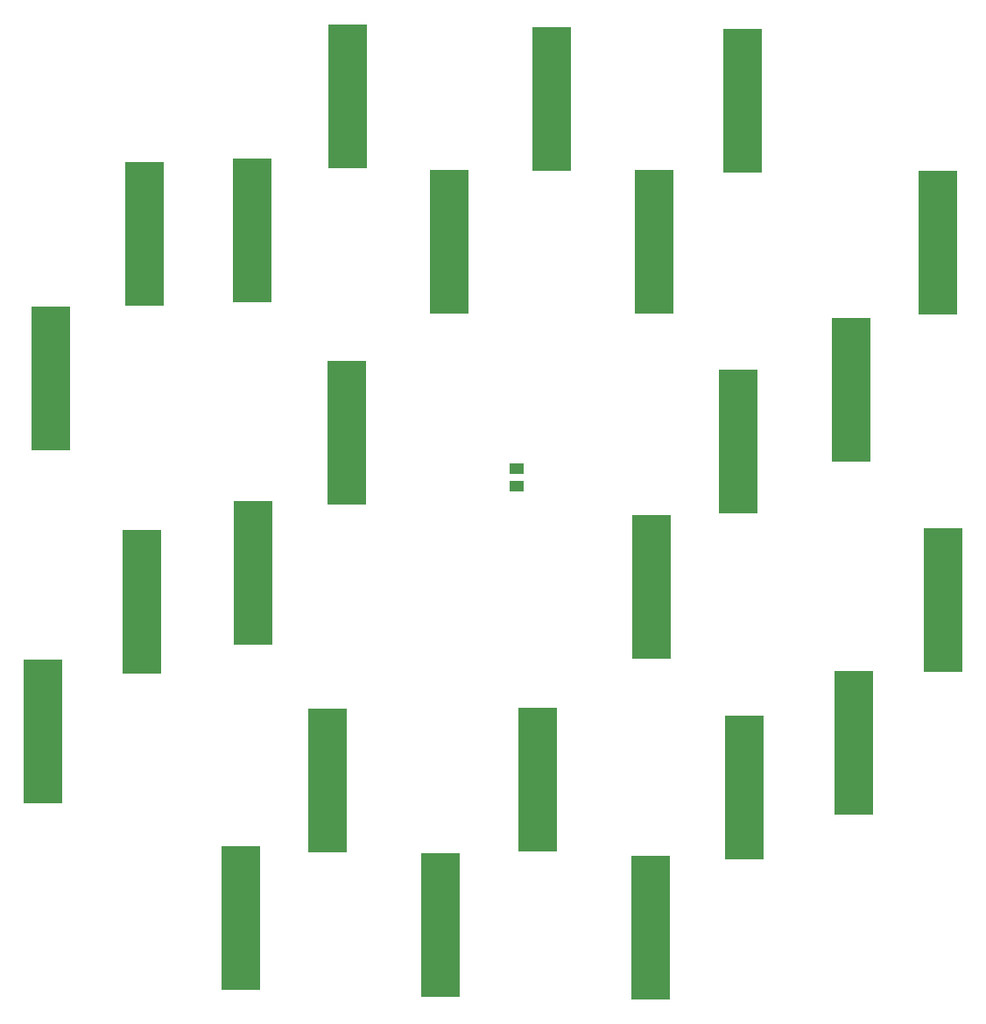
<source format=gtp>
G75*
%MOIN*%
%OFA0B0*%
%FSLAX25Y25*%
%IPPOS*%
%LPD*%
%AMOC8*
5,1,8,0,0,1.08239X$1,22.5*
%
%ADD10R,0.15000X0.55000*%
%ADD11R,0.05709X0.03937*%
D10*
X0152562Y0088433D03*
X0185662Y0140733D03*
X0228662Y0085733D03*
X0265662Y0141033D03*
X0308662Y0084933D03*
X0344362Y0138233D03*
X0385862Y0155233D03*
X0419962Y0209533D03*
X0341962Y0269733D03*
X0384962Y0289533D03*
X0418162Y0345533D03*
X0343562Y0399633D03*
X0310062Y0345733D03*
X0271062Y0400233D03*
X0232162Y0345833D03*
X0193362Y0401133D03*
X0156862Y0350233D03*
X0115862Y0348733D03*
X0080362Y0293933D03*
X0157262Y0219733D03*
X0114962Y0208933D03*
X0077462Y0159533D03*
X0193162Y0273033D03*
X0309062Y0214333D03*
D11*
X0257737Y0252941D03*
X0257737Y0259398D03*
M02*

</source>
